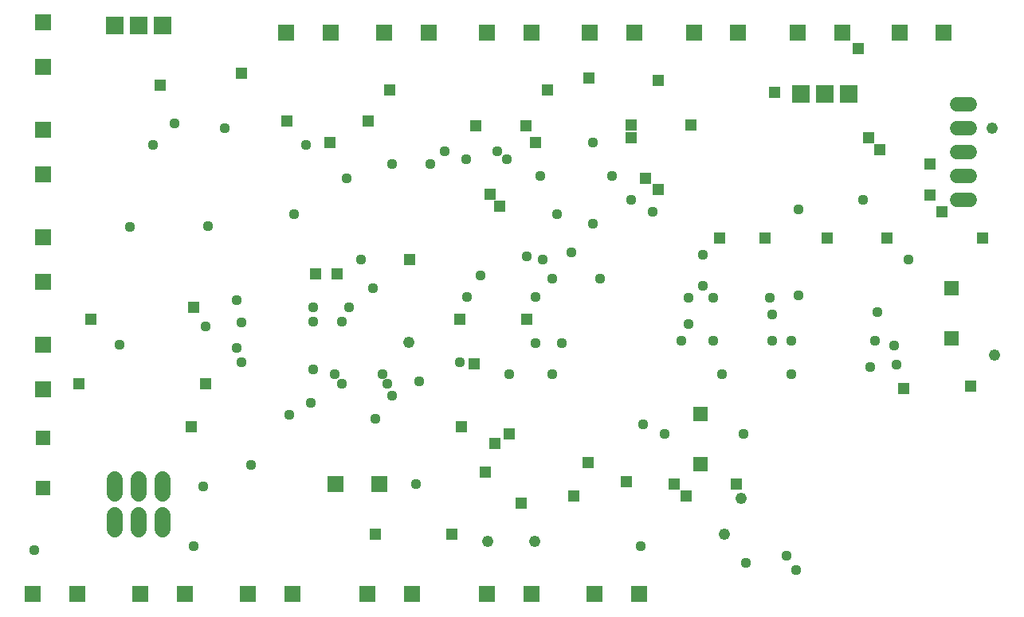
<source format=gbs>
G75*
%MOIN*%
%OFA0B0*%
%FSLAX25Y25*%
%IPPOS*%
%LPD*%
%AMOC8*
5,1,8,0,0,1.08239X$1,22.5*
%
%ADD10C,0.06000*%
%ADD11R,0.06343X0.06343*%
%ADD12R,0.07550X0.07550*%
%ADD13R,0.06950X0.06950*%
%ADD14C,0.04769*%
%ADD15C,0.06800*%
%ADD16C,0.04369*%
%ADD17R,0.04762X0.04762*%
%ADD18C,0.04762*%
D10*
X0399200Y0188495D02*
X0404400Y0188495D01*
X0404400Y0198495D02*
X0399200Y0198495D01*
X0399200Y0208495D02*
X0404400Y0208495D01*
X0404400Y0218495D02*
X0399200Y0218495D01*
X0399200Y0228495D02*
X0404400Y0228495D01*
D11*
X0396800Y0151495D03*
X0396800Y0130495D03*
X0291800Y0098995D03*
X0291800Y0077995D03*
X0016800Y0067995D03*
X0016800Y0088995D03*
D12*
X0046800Y0261495D03*
X0056800Y0261495D03*
X0066800Y0261495D03*
X0333800Y0232995D03*
X0343800Y0232995D03*
X0353800Y0232995D03*
D13*
X0012548Y0023495D03*
X0031052Y0023495D03*
X0057548Y0023495D03*
X0076052Y0023495D03*
X0102548Y0023495D03*
X0121052Y0023495D03*
X0152548Y0023495D03*
X0171052Y0023495D03*
X0202548Y0023495D03*
X0221052Y0023495D03*
X0247548Y0023495D03*
X0266052Y0023495D03*
X0157552Y0069495D03*
X0139048Y0069495D03*
X0016800Y0109243D03*
X0016800Y0127747D03*
X0016800Y0154243D03*
X0016800Y0172747D03*
X0016800Y0199243D03*
X0016800Y0217747D03*
X0016800Y0244243D03*
X0016800Y0262747D03*
X0118548Y0258495D03*
X0137052Y0258495D03*
X0159548Y0258495D03*
X0178052Y0258495D03*
X0202548Y0258495D03*
X0221052Y0258495D03*
X0245548Y0258495D03*
X0264052Y0258495D03*
X0289048Y0258495D03*
X0307552Y0258495D03*
X0332548Y0258495D03*
X0351052Y0258495D03*
X0375048Y0258495D03*
X0393552Y0258495D03*
D14*
X0222643Y0045495D03*
X0202957Y0045495D03*
D15*
X0066800Y0050495D02*
X0066800Y0056495D01*
X0056800Y0056495D02*
X0056800Y0050495D01*
X0046800Y0050495D02*
X0046800Y0056495D01*
X0046800Y0065495D02*
X0046800Y0071495D01*
X0056800Y0071495D02*
X0056800Y0065495D01*
X0066800Y0065495D02*
X0066800Y0071495D01*
D16*
X0083800Y0068495D03*
X0103800Y0077495D03*
X0119800Y0098495D03*
X0128800Y0103495D03*
X0141800Y0111495D03*
X0138800Y0115495D03*
X0129800Y0117495D03*
X0129800Y0137495D03*
X0129800Y0143495D03*
X0141800Y0137495D03*
X0144800Y0143495D03*
X0154800Y0151495D03*
X0149800Y0163495D03*
X0121800Y0182495D03*
X0143800Y0197495D03*
X0162800Y0203495D03*
X0178800Y0203495D03*
X0184800Y0208995D03*
X0193800Y0205495D03*
X0206800Y0208995D03*
X0210800Y0205495D03*
X0224800Y0198495D03*
X0246800Y0212495D03*
X0254800Y0198495D03*
X0262800Y0188495D03*
X0271800Y0183495D03*
X0246800Y0178495D03*
X0231800Y0182495D03*
X0237800Y0166495D03*
X0225800Y0163495D03*
X0219300Y0164995D03*
X0229800Y0155495D03*
X0222800Y0147995D03*
X0199800Y0156995D03*
X0194300Y0147995D03*
X0222800Y0128495D03*
X0233800Y0128495D03*
X0229800Y0115495D03*
X0211800Y0115495D03*
X0191300Y0120495D03*
X0174300Y0112495D03*
X0162800Y0106495D03*
X0160800Y0111495D03*
X0158800Y0115495D03*
X0155800Y0096995D03*
X0172800Y0069495D03*
X0099800Y0120495D03*
X0097800Y0126495D03*
X0099800Y0137235D03*
X0097800Y0146495D03*
X0084800Y0135495D03*
X0048800Y0127995D03*
X0053060Y0177235D03*
X0085800Y0177495D03*
X0062800Y0211495D03*
X0071800Y0220495D03*
X0092800Y0218495D03*
X0126800Y0211495D03*
X0249800Y0155495D03*
X0286800Y0147495D03*
X0292800Y0152495D03*
X0297300Y0147495D03*
X0286800Y0136495D03*
X0283800Y0129495D03*
X0297300Y0129495D03*
X0300800Y0115495D03*
X0321800Y0129495D03*
X0329800Y0129495D03*
X0321800Y0140495D03*
X0320800Y0147495D03*
X0332800Y0148495D03*
X0365800Y0141495D03*
X0364800Y0129495D03*
X0372800Y0127495D03*
X0373800Y0119495D03*
X0362800Y0118495D03*
X0329800Y0115495D03*
X0309800Y0090495D03*
X0276800Y0090495D03*
X0267800Y0094495D03*
X0266800Y0043495D03*
X0310800Y0036495D03*
X0327800Y0039495D03*
X0331800Y0033495D03*
X0378800Y0163495D03*
X0359800Y0188495D03*
X0332800Y0184495D03*
X0292800Y0165495D03*
X0079800Y0043495D03*
X0013300Y0041995D03*
D17*
X0078800Y0093495D03*
X0084800Y0111495D03*
X0036800Y0138495D03*
X0031800Y0111495D03*
X0079800Y0143495D03*
X0130800Y0157495D03*
X0139800Y0157495D03*
X0170300Y0163495D03*
X0191300Y0138495D03*
X0197300Y0119995D03*
X0219300Y0138495D03*
X0207800Y0185995D03*
X0203800Y0190995D03*
X0222800Y0212495D03*
X0218800Y0219495D03*
X0197800Y0219495D03*
X0227800Y0234495D03*
X0245300Y0239495D03*
X0262800Y0219995D03*
X0262800Y0214495D03*
X0268800Y0197495D03*
X0274300Y0192995D03*
X0299800Y0172495D03*
X0318800Y0172495D03*
X0344800Y0172495D03*
X0369800Y0172495D03*
X0392800Y0183495D03*
X0387800Y0190495D03*
X0387800Y0203495D03*
X0366800Y0209495D03*
X0362300Y0214495D03*
X0322800Y0233495D03*
X0287800Y0219995D03*
X0274300Y0238495D03*
X0357800Y0251995D03*
X0409800Y0172495D03*
X0404800Y0110495D03*
X0376800Y0109495D03*
X0306800Y0069495D03*
X0285800Y0064495D03*
X0280800Y0069495D03*
X0260800Y0070495D03*
X0244800Y0078495D03*
X0238800Y0064495D03*
X0216800Y0061495D03*
X0201800Y0074495D03*
X0205800Y0086495D03*
X0211800Y0090495D03*
X0191800Y0093495D03*
X0187800Y0048495D03*
X0155800Y0048495D03*
X0136800Y0212495D03*
X0152800Y0221495D03*
X0161800Y0234495D03*
X0118800Y0221495D03*
X0099800Y0241495D03*
X0065800Y0236495D03*
D18*
X0169800Y0128995D03*
X0301800Y0048495D03*
X0308800Y0063495D03*
X0414800Y0123495D03*
X0413800Y0218495D03*
M02*

</source>
